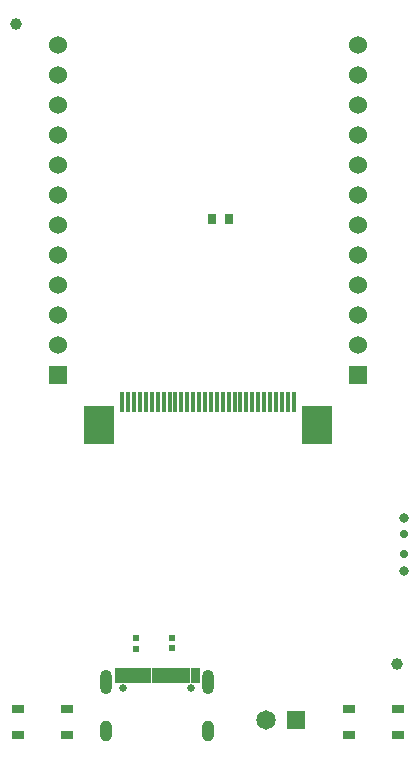
<source format=gbr>
%TF.GenerationSoftware,KiCad,Pcbnew,9.0.0*%
%TF.CreationDate,2025-04-24T23:35:52+03:00*%
%TF.ProjectId,ESP32_BOARD,45535033-325f-4424-9f41-52442e6b6963,1.0*%
%TF.SameCoordinates,Original*%
%TF.FileFunction,Soldermask,Bot*%
%TF.FilePolarity,Negative*%
%FSLAX46Y46*%
G04 Gerber Fmt 4.6, Leading zero omitted, Abs format (unit mm)*
G04 Created by KiCad (PCBNEW 9.0.0) date 2025-04-24 23:35:52*
%MOMM*%
%LPD*%
G01*
G04 APERTURE LIST*
%ADD10C,0.010000*%
%ADD11C,0.812800*%
%ADD12C,0.711200*%
%ADD13R,1.524000X1.524000*%
%ADD14C,1.524000*%
%ADD15C,1.000000*%
%ADD16R,0.300000X1.800000*%
%ADD17R,2.500000X3.200000*%
%ADD18R,1.050000X0.650000*%
%ADD19R,0.800000X0.900000*%
%ADD20R,0.600000X0.560000*%
%ADD21C,0.650000*%
%ADD22O,1.000000X2.100000*%
%ADD23O,1.000000X1.800000*%
%ADD24R,1.650000X1.650000*%
%ADD25C,1.650000*%
G04 APERTURE END LIST*
D10*
%TO.C,ST2*%
X88230000Y-148670000D02*
X87530000Y-148670000D01*
X87530000Y-147420000D01*
X88230000Y-147420000D01*
X88230000Y-148670000D01*
G36*
X88230000Y-148670000D02*
G01*
X87530000Y-148670000D01*
X87530000Y-147420000D01*
X88230000Y-147420000D01*
X88230000Y-148670000D01*
G37*
X89030000Y-148670000D02*
X88330000Y-148670000D01*
X88330000Y-147420000D01*
X89030000Y-147420000D01*
X89030000Y-148670000D01*
G36*
X89030000Y-148670000D02*
G01*
X88330000Y-148670000D01*
X88330000Y-147420000D01*
X89030000Y-147420000D01*
X89030000Y-148670000D01*
G37*
X89530000Y-148670000D02*
X89130000Y-148670000D01*
X89130000Y-147420000D01*
X89530000Y-147420000D01*
X89530000Y-148670000D01*
G36*
X89530000Y-148670000D02*
G01*
X89130000Y-148670000D01*
X89130000Y-147420000D01*
X89530000Y-147420000D01*
X89530000Y-148670000D01*
G37*
X90030000Y-148670000D02*
X89630000Y-148670000D01*
X89630000Y-147420000D01*
X90030000Y-147420000D01*
X90030000Y-148670000D01*
G36*
X90030000Y-148670000D02*
G01*
X89630000Y-148670000D01*
X89630000Y-147420000D01*
X90030000Y-147420000D01*
X90030000Y-148670000D01*
G37*
X90530000Y-148670000D02*
X90130000Y-148670000D01*
X90130000Y-147420000D01*
X90530000Y-147420000D01*
X90530000Y-148670000D01*
G36*
X90530000Y-148670000D02*
G01*
X90130000Y-148670000D01*
X90130000Y-147420000D01*
X90530000Y-147420000D01*
X90530000Y-148670000D01*
G37*
X91030000Y-148670000D02*
X90630000Y-148670000D01*
X90630000Y-147420000D01*
X91030000Y-147420000D01*
X91030000Y-148670000D01*
G36*
X91030000Y-148670000D02*
G01*
X90630000Y-148670000D01*
X90630000Y-147420000D01*
X91030000Y-147420000D01*
X91030000Y-148670000D01*
G37*
X91530000Y-148670000D02*
X91130000Y-148670000D01*
X91130000Y-147420000D01*
X91530000Y-147420000D01*
X91530000Y-148670000D01*
G36*
X91530000Y-148670000D02*
G01*
X91130000Y-148670000D01*
X91130000Y-147420000D01*
X91530000Y-147420000D01*
X91530000Y-148670000D01*
G37*
X92030000Y-148670000D02*
X91630000Y-148670000D01*
X91630000Y-147420000D01*
X92030000Y-147420000D01*
X92030000Y-148670000D01*
G36*
X92030000Y-148670000D02*
G01*
X91630000Y-148670000D01*
X91630000Y-147420000D01*
X92030000Y-147420000D01*
X92030000Y-148670000D01*
G37*
X92530000Y-148670000D02*
X92130000Y-148670000D01*
X92130000Y-147420000D01*
X92530000Y-147420000D01*
X92530000Y-148670000D01*
G36*
X92530000Y-148670000D02*
G01*
X92130000Y-148670000D01*
X92130000Y-147420000D01*
X92530000Y-147420000D01*
X92530000Y-148670000D01*
G37*
X93030000Y-148670000D02*
X92630000Y-148670000D01*
X92630000Y-147420000D01*
X93030000Y-147420000D01*
X93030000Y-148670000D01*
G36*
X93030000Y-148670000D02*
G01*
X92630000Y-148670000D01*
X92630000Y-147420000D01*
X93030000Y-147420000D01*
X93030000Y-148670000D01*
G37*
X93830000Y-148670000D02*
X93130000Y-148670000D01*
X93130000Y-147420000D01*
X93830000Y-147420000D01*
X93830000Y-148670000D01*
G36*
X93830000Y-148670000D02*
G01*
X93130000Y-148670000D01*
X93130000Y-147420000D01*
X93830000Y-147420000D01*
X93830000Y-148670000D01*
G37*
X94630000Y-148670000D02*
X93930000Y-148670000D01*
X93930000Y-147420000D01*
X94630000Y-147420000D01*
X94630000Y-148670000D01*
G36*
X94630000Y-148670000D02*
G01*
X93930000Y-148670000D01*
X93930000Y-147420000D01*
X94630000Y-147420000D01*
X94630000Y-148670000D01*
G37*
%TD*%
D11*
%TO.C,SW1*%
X111995983Y-134742072D03*
D12*
X111995983Y-136117070D03*
X111995983Y-137817072D03*
D11*
X111995983Y-139192071D03*
%TD*%
D13*
%TO.C,ST4*%
X82719900Y-122610000D03*
D14*
X82719900Y-120070000D03*
X82719900Y-117530000D03*
X82719900Y-114990000D03*
X82719900Y-112450000D03*
X82719900Y-109910000D03*
X82719900Y-107370000D03*
X82719900Y-104830000D03*
X82719900Y-102290000D03*
X82719900Y-99750000D03*
X82719900Y-97210000D03*
X82719900Y-94670000D03*
%TD*%
D13*
%TO.C,ST5*%
X108119900Y-122610000D03*
D14*
X108119900Y-120070000D03*
X108119900Y-117530000D03*
X108119900Y-114990000D03*
X108119900Y-112450000D03*
X108119900Y-109910000D03*
X108119900Y-107370000D03*
X108119900Y-104830000D03*
X108119900Y-102290000D03*
X108119900Y-99750000D03*
X108119900Y-97210000D03*
X108119900Y-94670000D03*
%TD*%
D15*
%TO.C,FID1*%
X79140000Y-92880000D03*
%TD*%
D16*
%TO.C,ST3*%
X88150000Y-124950000D03*
X88650000Y-124950000D03*
X89150000Y-124950000D03*
X89650000Y-124950000D03*
X90150000Y-124950000D03*
X90650000Y-124950000D03*
X91150000Y-124950000D03*
X91650000Y-124950000D03*
X92150000Y-124950000D03*
X92650000Y-124950000D03*
X93150000Y-124950000D03*
X93650000Y-124950000D03*
X94150000Y-124950000D03*
X94650000Y-124950000D03*
X95150000Y-124950000D03*
X95650000Y-124950000D03*
X96150000Y-124950000D03*
X96650000Y-124950000D03*
X97150000Y-124950000D03*
X97650000Y-124950000D03*
X98150000Y-124950000D03*
X98650000Y-124950000D03*
X99150000Y-124950000D03*
X99650000Y-124950000D03*
X100150000Y-124950000D03*
X100650000Y-124950000D03*
X101150000Y-124950000D03*
X101650000Y-124950000D03*
X102150000Y-124950000D03*
X102650000Y-124950000D03*
D17*
X104600000Y-126850000D03*
X86200000Y-126850000D03*
%TD*%
D18*
%TO.C,SW2*%
X111475000Y-150925000D03*
X107325000Y-150925000D03*
X111475000Y-153075000D03*
X107325000Y-153075000D03*
%TD*%
D15*
%TO.C,FID2*%
X111410000Y-147080000D03*
%TD*%
D18*
%TO.C,SW3*%
X79325000Y-153075000D03*
X83475000Y-153075000D03*
X79325000Y-150925000D03*
X83475000Y-150925000D03*
%TD*%
D19*
%TO.C,C23*%
X97150000Y-109460000D03*
X95750000Y-109460000D03*
%TD*%
D20*
%TO.C,R17*%
X89340000Y-145795000D03*
X89340000Y-144925000D03*
%TD*%
%TO.C,R16*%
X92350000Y-145785000D03*
X92350000Y-144915000D03*
%TD*%
D21*
%TO.C,ST2*%
X93970000Y-149120000D03*
X88190000Y-149120000D03*
D22*
X95400000Y-148620000D03*
X86760000Y-148620000D03*
D23*
X95400000Y-152800000D03*
X86760000Y-152800000D03*
%TD*%
D24*
%TO.C,ST1*%
X102820000Y-151820000D03*
D25*
X100320000Y-151820000D03*
%TD*%
M02*

</source>
